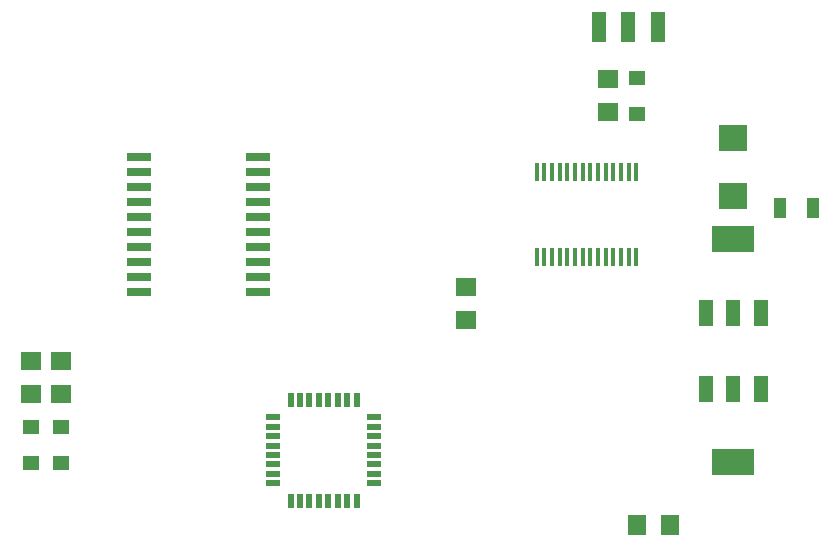
<source format=gtp>
G75*
G70*
%OFA0B0*%
%FSLAX24Y24*%
%IPPOS*%
%LPD*%
%AMOC8*
5,1,8,0,0,1.08239X$1,22.5*
%
%ADD10R,0.0500X0.0220*%
%ADD11R,0.0220X0.0500*%
%ADD12R,0.0157X0.0591*%
%ADD13R,0.0472X0.0984*%
%ADD14R,0.0630X0.0709*%
%ADD15R,0.0800X0.0260*%
%ADD16R,0.0480X0.0880*%
%ADD17R,0.1417X0.0866*%
%ADD18R,0.0551X0.0472*%
%ADD19R,0.0709X0.0630*%
%ADD20R,0.0945X0.0866*%
%ADD21R,0.0394X0.0709*%
D10*
X009810Y005619D03*
X009810Y005934D03*
X009810Y006249D03*
X009810Y006564D03*
X009810Y006879D03*
X009810Y007194D03*
X009810Y007509D03*
X009810Y007824D03*
X013190Y007824D03*
X013190Y007509D03*
X013190Y007194D03*
X013190Y006879D03*
X013190Y006564D03*
X013190Y006249D03*
X013190Y005934D03*
X013190Y005619D03*
D11*
X012602Y005032D03*
X012287Y005032D03*
X011972Y005032D03*
X011657Y005032D03*
X011343Y005032D03*
X011028Y005032D03*
X010713Y005032D03*
X010398Y005032D03*
X010398Y008412D03*
X010713Y008412D03*
X011028Y008412D03*
X011343Y008412D03*
X011657Y008412D03*
X011972Y008412D03*
X012287Y008412D03*
X012602Y008412D03*
D12*
X018599Y013159D03*
X018855Y013159D03*
X019111Y013159D03*
X019367Y013159D03*
X019623Y013159D03*
X019879Y013159D03*
X020134Y013159D03*
X020390Y013159D03*
X020646Y013159D03*
X020902Y013159D03*
X021158Y013159D03*
X021414Y013159D03*
X021670Y013159D03*
X021926Y013159D03*
X021926Y016014D03*
X021670Y016014D03*
X021414Y016014D03*
X021158Y016014D03*
X020902Y016014D03*
X020646Y016014D03*
X020390Y016014D03*
X020134Y016014D03*
X019879Y016014D03*
X019623Y016014D03*
X019367Y016014D03*
X019111Y016014D03*
X018855Y016014D03*
X018599Y016014D03*
D13*
X020669Y020820D03*
X021653Y020820D03*
X022637Y020820D03*
D14*
X023051Y004222D03*
X021949Y004222D03*
D15*
X009313Y012003D03*
X009313Y012503D03*
X009313Y013003D03*
X009313Y013503D03*
X009313Y014003D03*
X009313Y014503D03*
X009313Y015003D03*
X009313Y015503D03*
X009313Y016003D03*
X009313Y016503D03*
X005353Y016503D03*
X005353Y016003D03*
X005353Y015503D03*
X005353Y015003D03*
X005353Y014503D03*
X005353Y014003D03*
X005353Y013503D03*
X005353Y013003D03*
X005353Y012503D03*
X005353Y012003D03*
D16*
X024243Y011313D03*
X025153Y011313D03*
X026063Y011313D03*
X026063Y008773D03*
X025153Y008773D03*
X024243Y008773D03*
D17*
X025153Y006333D03*
X025153Y013753D03*
D18*
X001733Y006313D03*
X002733Y006313D03*
X002733Y007494D03*
X001733Y007494D03*
X021962Y017936D03*
X021962Y019117D03*
D19*
X020984Y019086D03*
X020984Y017984D03*
X016250Y012173D03*
X016250Y011071D03*
X002733Y009704D03*
X001733Y009704D03*
X001733Y008602D03*
X002733Y008602D03*
D20*
X025133Y015207D03*
X025133Y017139D03*
D21*
X026702Y014813D03*
X027804Y014813D03*
M02*

</source>
